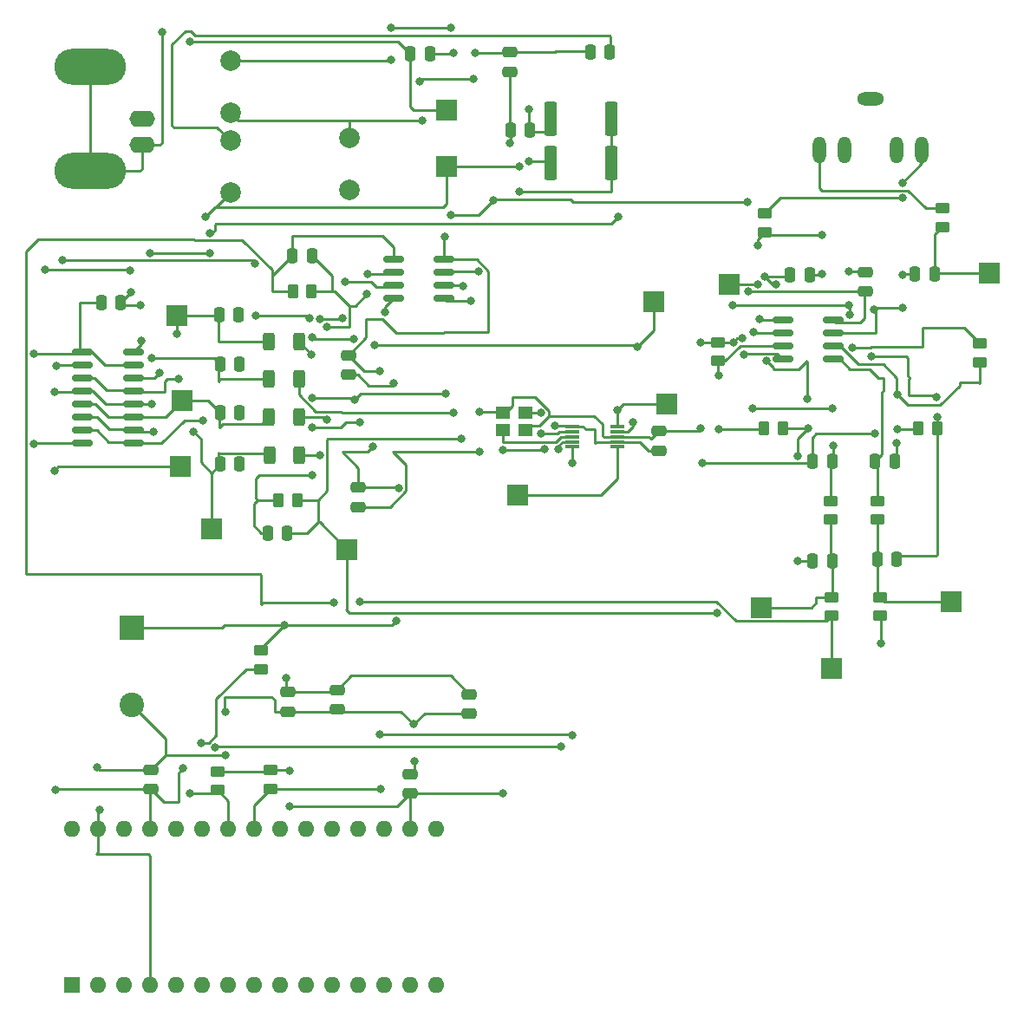
<source format=gbr>
%TF.GenerationSoftware,KiCad,Pcbnew,(6.0.4)*%
%TF.CreationDate,2022-04-28T21:28:56-07:00*%
%TF.ProjectId,Complete Schematic V4,436f6d70-6c65-4746-9520-536368656d61,rev?*%
%TF.SameCoordinates,Original*%
%TF.FileFunction,Copper,L1,Top*%
%TF.FilePolarity,Positive*%
%FSLAX46Y46*%
G04 Gerber Fmt 4.6, Leading zero omitted, Abs format (unit mm)*
G04 Created by KiCad (PCBNEW (6.0.4)) date 2022-04-28 21:28:56*
%MOMM*%
%LPD*%
G01*
G04 APERTURE LIST*
G04 Aperture macros list*
%AMRoundRect*
0 Rectangle with rounded corners*
0 $1 Rounding radius*
0 $2 $3 $4 $5 $6 $7 $8 $9 X,Y pos of 4 corners*
0 Add a 4 corners polygon primitive as box body*
4,1,4,$2,$3,$4,$5,$6,$7,$8,$9,$2,$3,0*
0 Add four circle primitives for the rounded corners*
1,1,$1+$1,$2,$3*
1,1,$1+$1,$4,$5*
1,1,$1+$1,$6,$7*
1,1,$1+$1,$8,$9*
0 Add four rect primitives between the rounded corners*
20,1,$1+$1,$2,$3,$4,$5,0*
20,1,$1+$1,$4,$5,$6,$7,0*
20,1,$1+$1,$6,$7,$8,$9,0*
20,1,$1+$1,$8,$9,$2,$3,0*%
G04 Aperture macros list end*
%TA.AperFunction,ComponentPad*%
%ADD10O,2.616000X1.308000*%
%TD*%
%TA.AperFunction,ComponentPad*%
%ADD11O,1.308000X2.616000*%
%TD*%
%TA.AperFunction,SMDPad,CuDef*%
%ADD12RoundRect,0.250000X-0.262500X-0.450000X0.262500X-0.450000X0.262500X0.450000X-0.262500X0.450000X0*%
%TD*%
%TA.AperFunction,SMDPad,CuDef*%
%ADD13RoundRect,0.250000X0.262500X0.450000X-0.262500X0.450000X-0.262500X-0.450000X0.262500X-0.450000X0*%
%TD*%
%TA.AperFunction,ComponentPad*%
%ADD14C,2.000000*%
%TD*%
%TA.AperFunction,ComponentPad*%
%ADD15R,2.400000X2.400000*%
%TD*%
%TA.AperFunction,ComponentPad*%
%ADD16C,2.400000*%
%TD*%
%TA.AperFunction,SMDPad,CuDef*%
%ADD17RoundRect,0.250000X0.450000X-0.262500X0.450000X0.262500X-0.450000X0.262500X-0.450000X-0.262500X0*%
%TD*%
%TA.AperFunction,ComponentPad*%
%ADD18R,2.000000X2.000000*%
%TD*%
%TA.AperFunction,SMDPad,CuDef*%
%ADD19RoundRect,0.250000X0.250000X0.475000X-0.250000X0.475000X-0.250000X-0.475000X0.250000X-0.475000X0*%
%TD*%
%TA.AperFunction,SMDPad,CuDef*%
%ADD20RoundRect,0.250000X-0.450000X0.262500X-0.450000X-0.262500X0.450000X-0.262500X0.450000X0.262500X0*%
%TD*%
%TA.AperFunction,ComponentPad*%
%ADD21R,1.600000X1.600000*%
%TD*%
%TA.AperFunction,ComponentPad*%
%ADD22O,1.600000X1.600000*%
%TD*%
%TA.AperFunction,SMDPad,CuDef*%
%ADD23RoundRect,0.250000X-0.250000X-0.475000X0.250000X-0.475000X0.250000X0.475000X-0.250000X0.475000X0*%
%TD*%
%TA.AperFunction,SMDPad,CuDef*%
%ADD24RoundRect,0.250000X-0.475000X0.250000X-0.475000X-0.250000X0.475000X-0.250000X0.475000X0.250000X0*%
%TD*%
%TA.AperFunction,SMDPad,CuDef*%
%ADD25RoundRect,0.250000X0.475000X-0.250000X0.475000X0.250000X-0.475000X0.250000X-0.475000X-0.250000X0*%
%TD*%
%TA.AperFunction,SMDPad,CuDef*%
%ADD26RoundRect,0.250000X-0.312500X-0.625000X0.312500X-0.625000X0.312500X0.625000X-0.312500X0.625000X0*%
%TD*%
%TA.AperFunction,ComponentPad*%
%ADD27O,2.500000X1.600000*%
%TD*%
%TA.AperFunction,ComponentPad*%
%ADD28O,7.000000X3.500000*%
%TD*%
%TA.AperFunction,SMDPad,CuDef*%
%ADD29R,1.400000X1.200000*%
%TD*%
%TA.AperFunction,SMDPad,CuDef*%
%ADD30R,1.400000X0.300000*%
%TD*%
%TA.AperFunction,SMDPad,CuDef*%
%ADD31RoundRect,0.150000X-0.825000X-0.150000X0.825000X-0.150000X0.825000X0.150000X-0.825000X0.150000X0*%
%TD*%
%TA.AperFunction,SMDPad,CuDef*%
%ADD32RoundRect,0.250000X0.362500X1.425000X-0.362500X1.425000X-0.362500X-1.425000X0.362500X-1.425000X0*%
%TD*%
%TA.AperFunction,SMDPad,CuDef*%
%ADD33RoundRect,0.250000X-0.362500X-1.425000X0.362500X-1.425000X0.362500X1.425000X-0.362500X1.425000X0*%
%TD*%
%TA.AperFunction,ViaPad*%
%ADD34C,0.800000*%
%TD*%
%TA.AperFunction,Conductor*%
%ADD35C,0.250000*%
%TD*%
G04 APERTURE END LIST*
D10*
%TO.P,J2,1*%
%TO.N,GND*%
X185600000Y-63500000D03*
D11*
%TO.P,J2,2*%
%TO.N,Net-(J2-Pad2)*%
X180600000Y-68500000D03*
%TO.P,J2,3*%
%TO.N,Net-(J2-Pad3)*%
X190600000Y-68500000D03*
%TO.P,J2,10*%
%TO.N,N/C*%
X183100000Y-68500000D03*
%TO.P,J2,11*%
X188100000Y-68500000D03*
%TD*%
D12*
%TO.P,R9,1*%
%TO.N,Net-(C17-Pad2)*%
X127787500Y-102700000D03*
%TO.P,R9,2*%
%TO.N,Net-(C17-Pad1)*%
X129612500Y-102700000D03*
%TD*%
D13*
%TO.P,R8,1*%
%TO.N,Net-(C16-Pad2)*%
X131012500Y-82300000D03*
%TO.P,R8,2*%
%TO.N,Net-(C16-Pad1)*%
X129187500Y-82300000D03*
%TD*%
D14*
%TO.P,L1,1,1*%
%TO.N,Net-(C1-Pad1)*%
X123100000Y-59760000D03*
%TO.P,L1,2,2*%
%TO.N,Net-(C2-Pad1)*%
X123100000Y-64840000D03*
%TD*%
%TO.P,L2,1,1*%
%TO.N,Net-(C2-Pad1)*%
X134700000Y-67360000D03*
%TO.P,L2,2,2*%
%TO.N,GND*%
X134700000Y-72440000D03*
%TD*%
%TO.P,L3,1,1*%
%TO.N,Net-(C4-Pad2)*%
X123100000Y-67600000D03*
%TO.P,L3,2,2*%
%TO.N,Net-(L3-Pad2)*%
X123100000Y-72680000D03*
%TD*%
D15*
%TO.P,C13,1*%
%TO.N,Filtered 5V*%
X113500000Y-115187246D03*
D16*
%TO.P,C13,2*%
%TO.N,GND*%
X113500000Y-122687246D03*
%TD*%
D17*
%TO.P,R1,1*%
%TO.N,+5V*%
X126100000Y-119212500D03*
%TO.P,R1,2*%
%TO.N,Filtered 5V*%
X126100000Y-117387500D03*
%TD*%
D18*
%TO.P,TP13,1,1*%
%TO.N,Net-(TP13-Pad1)*%
X151100000Y-102200000D03*
%TD*%
%TO.P,TP14,1,1*%
%TO.N,Net-(TP14-Pad1)*%
X165700000Y-93300000D03*
%TD*%
%TO.P,TP15,1,1*%
%TO.N,Net-(TP15-Pad1)*%
X164400000Y-83300000D03*
%TD*%
D19*
%TO.P,C17,1*%
%TO.N,Net-(C17-Pad1)*%
X128650000Y-105900000D03*
%TO.P,C17,2*%
%TO.N,Net-(C17-Pad2)*%
X126750000Y-105900000D03*
%TD*%
D18*
%TO.P,TP12,1,1*%
%TO.N,Net-(C27-Pad1)*%
X197200000Y-80500000D03*
%TD*%
D20*
%TO.P,R21,1*%
%TO.N,Net-(J2-Pad2)*%
X192600000Y-74187500D03*
%TO.P,R21,2*%
%TO.N,Net-(C27-Pad1)*%
X192600000Y-76012500D03*
%TD*%
D18*
%TO.P,TP2,1,1*%
%TO.N,Net-(L3-Pad2)*%
X144200000Y-70100000D03*
%TD*%
%TO.P,TP9,1,1*%
%TO.N,Net-(C19-Pad1)*%
X174900000Y-113200000D03*
%TD*%
D21*
%TO.P,A1,1,D1/TX*%
%TO.N,unconnected-(A1-Pad1)*%
X107650000Y-150010000D03*
D22*
%TO.P,A1,2,D0/RX*%
%TO.N,unconnected-(A1-Pad2)*%
X110190000Y-150010000D03*
%TO.P,A1,3,~{RESET}*%
%TO.N,unconnected-(A1-Pad3)*%
X112730000Y-150010000D03*
%TO.P,A1,4,GND*%
%TO.N,GND*%
X115270000Y-150010000D03*
%TO.P,A1,5,D2*%
%TO.N,unconnected-(A1-Pad5)*%
X117810000Y-150010000D03*
%TO.P,A1,6,D3*%
%TO.N,unconnected-(A1-Pad6)*%
X120350000Y-150010000D03*
%TO.P,A1,7,D4*%
%TO.N,unconnected-(A1-Pad7)*%
X122890000Y-150010000D03*
%TO.P,A1,8,D5*%
%TO.N,unconnected-(A1-Pad8)*%
X125430000Y-150010000D03*
%TO.P,A1,9,D6*%
%TO.N,unconnected-(A1-Pad9)*%
X127970000Y-150010000D03*
%TO.P,A1,10,D7*%
%TO.N,unconnected-(A1-Pad10)*%
X130510000Y-150010000D03*
%TO.P,A1,11,D8*%
%TO.N,unconnected-(A1-Pad11)*%
X133050000Y-150010000D03*
%TO.P,A1,12,D9*%
%TO.N,unconnected-(A1-Pad12)*%
X135590000Y-150010000D03*
%TO.P,A1,13,D10*%
%TO.N,unconnected-(A1-Pad13)*%
X138130000Y-150010000D03*
%TO.P,A1,14,D11*%
%TO.N,unconnected-(A1-Pad14)*%
X140670000Y-150010000D03*
%TO.P,A1,15,D12*%
%TO.N,unconnected-(A1-Pad15)*%
X143210000Y-150010000D03*
%TO.P,A1,16,D13*%
%TO.N,unconnected-(A1-Pad16)*%
X143210000Y-134770000D03*
%TO.P,A1,17,3V3*%
%TO.N,+3V3*%
X140670000Y-134770000D03*
%TO.P,A1,18,AREF*%
%TO.N,unconnected-(A1-Pad18)*%
X138130000Y-134770000D03*
%TO.P,A1,19,A0*%
%TO.N,unconnected-(A1-Pad19)*%
X135590000Y-134770000D03*
%TO.P,A1,20,A1*%
%TO.N,unconnected-(A1-Pad20)*%
X133050000Y-134770000D03*
%TO.P,A1,21,A2*%
%TO.N,unconnected-(A1-Pad21)*%
X130510000Y-134770000D03*
%TO.P,A1,22,A3*%
%TO.N,unconnected-(A1-Pad22)*%
X127970000Y-134770000D03*
%TO.P,A1,23,A4*%
%TO.N,/SDA*%
X125430000Y-134770000D03*
%TO.P,A1,24,A5*%
%TO.N,/SCL*%
X122890000Y-134770000D03*
%TO.P,A1,25,A6*%
%TO.N,unconnected-(A1-Pad25)*%
X120350000Y-134770000D03*
%TO.P,A1,26,A7*%
%TO.N,unconnected-(A1-Pad26)*%
X117810000Y-134770000D03*
%TO.P,A1,27,+5V*%
%TO.N,+5V*%
X115270000Y-134770000D03*
%TO.P,A1,28,~{RESET}*%
%TO.N,unconnected-(A1-Pad28)*%
X112730000Y-134770000D03*
%TO.P,A1,29,GND*%
%TO.N,GND*%
X110190000Y-134770000D03*
%TO.P,A1,30,VIN*%
%TO.N,unconnected-(A1-Pad30)*%
X107650000Y-134770000D03*
%TD*%
D23*
%TO.P,C20,1*%
%TO.N,Net-(C20-Pad1)*%
X186250000Y-108500000D03*
%TO.P,C20,2*%
%TO.N,Net-(C20-Pad2)*%
X188150000Y-108500000D03*
%TD*%
D19*
%TO.P,C27,1*%
%TO.N,Net-(C27-Pad1)*%
X191850000Y-80600000D03*
%TO.P,C27,2*%
%TO.N,Net-(C20-Pad2)*%
X189950000Y-80600000D03*
%TD*%
D20*
%TO.P,R13,1*%
%TO.N,Net-(C23-Pad2)*%
X186300000Y-102787500D03*
%TO.P,R13,2*%
%TO.N,Net-(C20-Pad1)*%
X186300000Y-104612500D03*
%TD*%
D18*
%TO.P,TP5,1,1*%
%TO.N,Net-(C11-Pad1)*%
X118237500Y-99400000D03*
%TD*%
D24*
%TO.P,C2,1*%
%TO.N,Net-(C2-Pad1)*%
X150400000Y-58950000D03*
%TO.P,C2,2*%
%TO.N,GND*%
X150400000Y-60850000D03*
%TD*%
D25*
%TO.P,C14,1*%
%TO.N,GND*%
X146400000Y-123550000D03*
%TO.P,C14,2*%
%TO.N,Filtered 5V*%
X146400000Y-121650000D03*
%TD*%
D26*
%TO.P,R5,1*%
%TO.N,Net-(C10-Pad2)*%
X126837500Y-94600000D03*
%TO.P,R5,2*%
%TO.N,Net-(C16-Pad2)*%
X129762500Y-94600000D03*
%TD*%
D25*
%TO.P,C18,1*%
%TO.N,GND*%
X134600000Y-90450000D03*
%TO.P,C18,2*%
%TO.N,Filtered 5V*%
X134600000Y-88550000D03*
%TD*%
D18*
%TO.P,TP1,1,1*%
%TO.N,Net-(C1-Pad2)*%
X144200000Y-64600000D03*
%TD*%
D23*
%TO.P,C11,1*%
%TO.N,Net-(C11-Pad1)*%
X122087500Y-89400000D03*
%TO.P,C11,2*%
%TO.N,GND*%
X123987500Y-89400000D03*
%TD*%
D18*
%TO.P,TP10,1,1*%
%TO.N,Net-(C20-Pad1)*%
X193500000Y-112600000D03*
%TD*%
D19*
%TO.P,C23,1*%
%TO.N,GND*%
X187950000Y-98900000D03*
%TO.P,C23,2*%
%TO.N,Net-(C23-Pad2)*%
X186050000Y-98900000D03*
%TD*%
D27*
%TO.P,J1,1,In*%
%TO.N,GND*%
X114450000Y-65500000D03*
%TO.P,J1,2,Ext*%
%TO.N,Net-(C1-Pad2)*%
X114450000Y-68040000D03*
D28*
X109370000Y-70580000D03*
X109370000Y-60420000D03*
%TD*%
D17*
%TO.P,R14,1*%
%TO.N,Net-(R14-Pad1)*%
X170700000Y-89112500D03*
%TO.P,R14,2*%
%TO.N,GND*%
X170700000Y-87287500D03*
%TD*%
D18*
%TO.P,TP11,1,1*%
%TO.N,Net-(C26-Pad1)*%
X171800000Y-81600000D03*
%TD*%
D17*
%TO.P,R10,1*%
%TO.N,Net-(C16-Pad1)*%
X181800000Y-114012500D03*
%TO.P,R10,2*%
%TO.N,Net-(C19-Pad1)*%
X181800000Y-112187500D03*
%TD*%
D24*
%TO.P,C25,1*%
%TO.N,GND*%
X185100000Y-80450000D03*
%TO.P,C25,2*%
%TO.N,Filtered 5V*%
X185100000Y-82350000D03*
%TD*%
D13*
%TO.P,R17,1*%
%TO.N,Net-(C20-Pad2)*%
X192112500Y-95700000D03*
%TO.P,R17,2*%
%TO.N,Net-(R15-Pad2)*%
X190287500Y-95700000D03*
%TD*%
D29*
%TO.P,Y1,1,1*%
%TO.N,Net-(U1-Pad3)*%
X149700000Y-95850000D03*
%TO.P,Y1,2,2*%
%TO.N,GND*%
X151900000Y-95850000D03*
%TO.P,Y1,3,3*%
%TO.N,Net-(U1-Pad2)*%
X151900000Y-94150000D03*
%TO.P,Y1,4,4*%
%TO.N,GND*%
X149700000Y-94150000D03*
%TD*%
D30*
%TO.P,U1,1,VDD*%
%TO.N,+3V3*%
X156500000Y-95500000D03*
%TO.P,U1,2,XA*%
%TO.N,Net-(U1-Pad2)*%
X156500000Y-96000000D03*
%TO.P,U1,3,XB*%
%TO.N,Net-(U1-Pad3)*%
X156500000Y-96500000D03*
%TO.P,U1,4,SCL*%
%TO.N,/SCL*%
X156500000Y-97000000D03*
%TO.P,U1,5,SDA*%
%TO.N,/SDA*%
X156500000Y-97500000D03*
%TO.P,U1,6,CLK2*%
%TO.N,Net-(TP13-Pad1)*%
X160900000Y-97500000D03*
%TO.P,U1,7,VDDO*%
%TO.N,+3V3*%
X160900000Y-97000000D03*
%TO.P,U1,8,GND*%
%TO.N,GND*%
X160900000Y-96500000D03*
%TO.P,U1,9,CLK1*%
%TO.N,Net-(TP15-Pad1)*%
X160900000Y-96000000D03*
%TO.P,U1,10,CLK0*%
%TO.N,Net-(TP14-Pad1)*%
X160900000Y-95500000D03*
%TD*%
D31*
%TO.P,U3,1*%
%TO.N,Net-(C16-Pad1)*%
X139025000Y-79195000D03*
%TO.P,U3,2,-*%
%TO.N,Net-(C16-Pad2)*%
X139025000Y-80465000D03*
%TO.P,U3,3,+*%
%TO.N,Net-(R4-Pad2)*%
X139025000Y-81735000D03*
%TO.P,U3,4,V-*%
%TO.N,GND*%
X139025000Y-83005000D03*
%TO.P,U3,5,+*%
%TO.N,Net-(R6-Pad2)*%
X143975000Y-83005000D03*
%TO.P,U3,6,-*%
%TO.N,Net-(C17-Pad2)*%
X143975000Y-81735000D03*
%TO.P,U3,7*%
%TO.N,Net-(C17-Pad1)*%
X143975000Y-80465000D03*
%TO.P,U3,8,V+*%
%TO.N,Filtered 5V*%
X143975000Y-79195000D03*
%TD*%
D24*
%TO.P,C3,1*%
%TO.N,GND*%
X164900000Y-95950000D03*
%TO.P,C3,2*%
%TO.N,+3V3*%
X164900000Y-97850000D03*
%TD*%
D19*
%TO.P,C12,1*%
%TO.N,GND*%
X123887500Y-84600000D03*
%TO.P,C12,2*%
%TO.N,Net-(C12-Pad2)*%
X121987500Y-84600000D03*
%TD*%
D24*
%TO.P,C21,1*%
%TO.N,GND*%
X140620000Y-129450000D03*
%TO.P,C21,2*%
%TO.N,+3V3*%
X140620000Y-131350000D03*
%TD*%
D20*
%TO.P,R19,1*%
%TO.N,+3V3*%
X121820000Y-129187500D03*
%TO.P,R19,2*%
%TO.N,/SCL*%
X121820000Y-131012500D03*
%TD*%
D17*
%TO.P,R18,1*%
%TO.N,/SDA*%
X127020000Y-130912500D03*
%TO.P,R18,2*%
%TO.N,+3V3*%
X127020000Y-129087500D03*
%TD*%
D19*
%TO.P,C22,1*%
%TO.N,Net-(C22-Pad1)*%
X181850000Y-98900000D03*
%TO.P,C22,2*%
%TO.N,GND*%
X179950000Y-98900000D03*
%TD*%
D20*
%TO.P,R15,1*%
%TO.N,GND*%
X196300000Y-87387500D03*
%TO.P,R15,2*%
%TO.N,Net-(R15-Pad2)*%
X196300000Y-89212500D03*
%TD*%
%TO.P,R12,1*%
%TO.N,Net-(C22-Pad1)*%
X181700000Y-102787500D03*
%TO.P,R12,2*%
%TO.N,Net-(C19-Pad1)*%
X181700000Y-104612500D03*
%TD*%
D18*
%TO.P,TP4,1,1*%
%TO.N,Net-(C10-Pad2)*%
X118337500Y-93000000D03*
%TD*%
%TO.P,TP8,1,1*%
%TO.N,Net-(C17-Pad1)*%
X134500000Y-107500000D03*
%TD*%
D32*
%TO.P,R3,1*%
%TO.N,Net-(L3-Pad2)*%
X160262500Y-69800000D03*
%TO.P,R3,2*%
%TO.N,GND*%
X154337500Y-69800000D03*
%TD*%
D23*
%TO.P,C5,1*%
%TO.N,GND*%
X150450000Y-66600000D03*
%TO.P,C5,2*%
%TO.N,Filtered 5V*%
X152350000Y-66600000D03*
%TD*%
D18*
%TO.P,TP6,1,1*%
%TO.N,Net-(C12-Pad2)*%
X117900000Y-84700000D03*
%TD*%
D23*
%TO.P,C9,1*%
%TO.N,Net-(C9-Pad1)*%
X122087500Y-99200000D03*
%TO.P,C9,2*%
%TO.N,GND*%
X123987500Y-99200000D03*
%TD*%
%TO.P,C4,1*%
%TO.N,Net-(C2-Pad1)*%
X158250000Y-58900000D03*
%TO.P,C4,2*%
%TO.N,Net-(C4-Pad2)*%
X160150000Y-58900000D03*
%TD*%
D26*
%TO.P,R6,1*%
%TO.N,Net-(C11-Pad1)*%
X126837500Y-90900000D03*
%TO.P,R6,2*%
%TO.N,Net-(R6-Pad2)*%
X129762500Y-90900000D03*
%TD*%
D23*
%TO.P,C16,1*%
%TO.N,Net-(C16-Pad1)*%
X129150000Y-78800000D03*
%TO.P,C16,2*%
%TO.N,Net-(C16-Pad2)*%
X131050000Y-78800000D03*
%TD*%
D24*
%TO.P,C8,1*%
%TO.N,Filtered 5V*%
X133500000Y-121250000D03*
%TO.P,C8,2*%
%TO.N,GND*%
X133500000Y-123150000D03*
%TD*%
D18*
%TO.P,TP7,1,1*%
%TO.N,Net-(C16-Pad1)*%
X181800000Y-119100000D03*
%TD*%
D31*
%TO.P,U4,8,V+*%
%TO.N,Filtered 5V*%
X181975000Y-85095000D03*
%TO.P,U4,7*%
%TO.N,Net-(C20-Pad2)*%
X181975000Y-86365000D03*
%TO.P,U4,6,-*%
%TO.N,Net-(R15-Pad2)*%
X181975000Y-87635000D03*
%TO.P,U4,5,+*%
%TO.N,Net-(C23-Pad2)*%
X181975000Y-88905000D03*
%TO.P,U4,4,V-*%
%TO.N,GND*%
X177025000Y-88905000D03*
%TO.P,U4,3,+*%
%TO.N,Net-(R14-Pad1)*%
X177025000Y-87635000D03*
%TO.P,U4,2,-*%
%TO.N,Net-(C22-Pad1)*%
X177025000Y-86365000D03*
%TO.P,U4,1*%
%TO.N,Net-(C19-Pad2)*%
X177025000Y-85095000D03*
%TD*%
D19*
%TO.P,C10,1*%
%TO.N,GND*%
X123987500Y-94200000D03*
%TO.P,C10,2*%
%TO.N,Net-(C10-Pad2)*%
X122087500Y-94200000D03*
%TD*%
D26*
%TO.P,R4,1*%
%TO.N,Net-(C9-Pad1)*%
X126900000Y-98300000D03*
%TO.P,R4,2*%
%TO.N,Net-(R4-Pad2)*%
X129825000Y-98300000D03*
%TD*%
D23*
%TO.P,C6,1*%
%TO.N,GND*%
X110487500Y-83400000D03*
%TO.P,C6,2*%
%TO.N,+5V*%
X112387500Y-83400000D03*
%TD*%
D12*
%TO.P,R16,1*%
%TO.N,Net-(R14-Pad1)*%
X175187500Y-95700000D03*
%TO.P,R16,2*%
%TO.N,Net-(C19-Pad2)*%
X177012500Y-95700000D03*
%TD*%
D20*
%TO.P,R11,1*%
%TO.N,Net-(C20-Pad1)*%
X186500000Y-112187500D03*
%TO.P,R11,2*%
%TO.N,Net-(C17-Pad1)*%
X186500000Y-114012500D03*
%TD*%
D19*
%TO.P,C1,1*%
%TO.N,Net-(C1-Pad1)*%
X142550000Y-59100000D03*
%TO.P,C1,2*%
%TO.N,Net-(C1-Pad2)*%
X140650000Y-59100000D03*
%TD*%
%TO.P,C19,1*%
%TO.N,Net-(C19-Pad1)*%
X181850000Y-108600000D03*
%TO.P,C19,2*%
%TO.N,Net-(C19-Pad2)*%
X179950000Y-108600000D03*
%TD*%
D24*
%TO.P,C7,1*%
%TO.N,Filtered 5V*%
X128700000Y-121450000D03*
%TO.P,C7,2*%
%TO.N,GND*%
X128700000Y-123350000D03*
%TD*%
D20*
%TO.P,R20,1*%
%TO.N,Net-(J2-Pad3)*%
X175300000Y-74687500D03*
%TO.P,R20,2*%
%TO.N,Net-(C26-Pad1)*%
X175300000Y-76512500D03*
%TD*%
D33*
%TO.P,R2,1*%
%TO.N,Filtered 5V*%
X154337500Y-65500000D03*
%TO.P,R2,2*%
%TO.N,Net-(L3-Pad2)*%
X160262500Y-65500000D03*
%TD*%
D24*
%TO.P,C24,1*%
%TO.N,GND*%
X115320000Y-129050000D03*
%TO.P,C24,2*%
%TO.N,+5V*%
X115320000Y-130950000D03*
%TD*%
D19*
%TO.P,C26,1*%
%TO.N,Net-(C26-Pad1)*%
X179650000Y-80700000D03*
%TO.P,C26,2*%
%TO.N,Net-(C19-Pad2)*%
X177750000Y-80700000D03*
%TD*%
D18*
%TO.P,TP3,1,1*%
%TO.N,Net-(C9-Pad1)*%
X121237500Y-105500000D03*
%TD*%
D25*
%TO.P,C15,1*%
%TO.N,GND*%
X135600000Y-103350000D03*
%TO.P,C15,2*%
%TO.N,Filtered 5V*%
X135600000Y-101450000D03*
%TD*%
D31*
%TO.P,U2,1,1~{OE}*%
%TO.N,GND*%
X108662500Y-88255000D03*
%TO.P,U2,2,S1*%
%TO.N,Net-(TP15-Pad1)*%
X108662500Y-89525000D03*
%TO.P,U2,3,1B4*%
%TO.N,Net-(C12-Pad2)*%
X108662500Y-90795000D03*
%TO.P,U2,4,1B3*%
%TO.N,Net-(C11-Pad1)*%
X108662500Y-92065000D03*
%TO.P,U2,5,1B2*%
%TO.N,Net-(C10-Pad2)*%
X108662500Y-93335000D03*
%TO.P,U2,6,1B1*%
%TO.N,Net-(C9-Pad1)*%
X108662500Y-94605000D03*
%TO.P,U2,7,1A*%
%TO.N,Net-(L3-Pad2)*%
X108662500Y-95875000D03*
%TO.P,U2,8,GND*%
%TO.N,GND*%
X108662500Y-97145000D03*
%TO.P,U2,9,2A*%
%TO.N,Net-(L3-Pad2)*%
X113612500Y-97145000D03*
%TO.P,U2,10,2B1*%
%TO.N,Net-(C9-Pad1)*%
X113612500Y-95875000D03*
%TO.P,U2,11,2B2*%
%TO.N,Net-(C10-Pad2)*%
X113612500Y-94605000D03*
%TO.P,U2,12,2B3*%
%TO.N,Net-(C11-Pad1)*%
X113612500Y-93335000D03*
%TO.P,U2,13,2B4*%
%TO.N,Net-(C12-Pad2)*%
X113612500Y-92065000D03*
%TO.P,U2,14,S0*%
%TO.N,Net-(TP14-Pad1)*%
X113612500Y-90795000D03*
%TO.P,U2,15,2~{OE}*%
%TO.N,GND*%
X113612500Y-89525000D03*
%TO.P,U2,16,VCC*%
%TO.N,+5V*%
X113612500Y-88255000D03*
%TD*%
D26*
%TO.P,R7,1*%
%TO.N,Net-(C12-Pad2)*%
X126837500Y-87200000D03*
%TO.P,R7,2*%
%TO.N,Net-(C17-Pad2)*%
X129762500Y-87200000D03*
%TD*%
D34*
%TO.N,Net-(J2-Pad3)*%
X188700000Y-73200000D03*
X188700000Y-71700000D03*
%TO.N,Net-(C1-Pad2)*%
X119100000Y-57900000D03*
X116400000Y-57000000D03*
%TO.N,Net-(C2-Pad1)*%
X146962500Y-59000000D03*
X146800000Y-61600000D03*
X141600000Y-61800000D03*
X141800000Y-65600000D03*
%TO.N,Net-(C1-Pad1)*%
X144837500Y-59000000D03*
X144600000Y-56600000D03*
X138800000Y-56600000D03*
X138800000Y-59700000D03*
%TO.N,GND*%
X138222532Y-84353790D03*
X139000000Y-91300000D03*
X173200000Y-88500000D03*
X173100000Y-86910500D03*
%TO.N,+5V*%
X118500000Y-128900000D03*
X120200000Y-126400000D03*
%TO.N,Net-(C22-Pad1)*%
X174100000Y-93700000D03*
X174200000Y-86300000D03*
%TO.N,Net-(C19-Pad2)*%
X176400000Y-81625500D03*
X174800000Y-85000000D03*
%TO.N,Filtered 5V*%
X144000000Y-77000000D03*
%TO.N,Net-(C16-Pad2)*%
X136400000Y-82600000D03*
X136500000Y-80600000D03*
%TO.N,Net-(C17-Pad2)*%
X144151000Y-92300000D03*
X145800000Y-81800000D03*
%TO.N,Net-(R6-Pad2)*%
X146575500Y-83200000D03*
X144875500Y-94200000D03*
%TO.N,Net-(C17-Pad1)*%
X147300000Y-80400000D03*
X145600000Y-96700000D03*
%TO.N,GND*%
X169200000Y-99100000D03*
X172200000Y-87300000D03*
X103900000Y-88400000D03*
X103900000Y-97200000D03*
X169000000Y-87300000D03*
X141000000Y-124600000D03*
X147400000Y-98000000D03*
X186000000Y-96200000D03*
X141100000Y-128200000D03*
X152200000Y-69600000D03*
X183800000Y-87800000D03*
X183600000Y-84600000D03*
X183500000Y-80400000D03*
X188100000Y-97100000D03*
X169000000Y-95700000D03*
X110300000Y-132900000D03*
X172100000Y-83700000D03*
X122600000Y-123400000D03*
X110100000Y-128800000D03*
X122600000Y-127600000D03*
X183500000Y-83700000D03*
X150400000Y-67800000D03*
X147400000Y-94100000D03*
%TO.N,+3V3*%
X128900000Y-129100000D03*
X149700000Y-131300000D03*
X128900000Y-132600000D03*
X149700000Y-97800000D03*
X153800000Y-97724500D03*
X154789286Y-95424608D03*
%TO.N,/SDA*%
X137800000Y-130900000D03*
X156500000Y-125700000D03*
X137700000Y-125600000D03*
X156500000Y-99100000D03*
%TO.N,/SCL*%
X121600000Y-126875500D03*
X155400000Y-126800000D03*
X119100000Y-131300000D03*
X155100000Y-97724500D03*
%TO.N,+5V*%
X114400000Y-87100000D03*
X113400000Y-82400000D03*
X106000000Y-131000000D03*
X105000000Y-80200000D03*
X114300000Y-83700000D03*
X113300000Y-80300000D03*
%TO.N,Filtered 5V*%
X128400000Y-114900000D03*
X128500000Y-120100000D03*
X173600000Y-73600000D03*
X173700000Y-82324500D03*
X148800000Y-73400000D03*
X139300000Y-114500000D03*
X137000000Y-97500000D03*
X139500000Y-101500000D03*
X137700000Y-90100000D03*
X144600000Y-74900000D03*
X152200000Y-64500000D03*
%TO.N,Net-(C9-Pad1)*%
X115600000Y-96000000D03*
X119500000Y-96000000D03*
%TO.N,Net-(C11-Pad1)*%
X105900000Y-99800000D03*
X105900000Y-92100000D03*
X115400000Y-88800000D03*
X115400000Y-93300000D03*
%TO.N,Net-(C12-Pad2)*%
X117900000Y-86500000D03*
X118000000Y-90900000D03*
%TO.N,Net-(C16-Pad1)*%
X133200000Y-112700000D03*
X135700000Y-112600000D03*
%TO.N,Net-(C16-Pad2)*%
X132549000Y-85800000D03*
X132549000Y-94800000D03*
%TO.N,Net-(C17-Pad1)*%
X170600000Y-113700000D03*
X186600000Y-116700000D03*
%TO.N,Net-(C17-Pad2)*%
X131100000Y-92700000D03*
X131000000Y-88500000D03*
X135200000Y-92900000D03*
X131100000Y-100300000D03*
X131100000Y-95600000D03*
X135700000Y-95100000D03*
%TO.N,Net-(C19-Pad2)*%
X175300000Y-80900000D03*
X178500000Y-98375500D03*
X178500000Y-108600000D03*
X175400000Y-89100000D03*
X179400000Y-92800000D03*
X179500000Y-95700000D03*
%TO.N,Net-(C20-Pad2)*%
X185724500Y-88700000D03*
X188700000Y-83900000D03*
X188700000Y-80700000D03*
X192100000Y-94600000D03*
X185935863Y-84050949D03*
X192000000Y-92675500D03*
%TO.N,Net-(C22-Pad1)*%
X181900000Y-93700000D03*
X182000000Y-97400000D03*
%TO.N,Net-(C26-Pad1)*%
X180900000Y-76800000D03*
X174593245Y-81606755D03*
X174600000Y-77800000D03*
X180900000Y-80600000D03*
%TO.N,Net-(L3-Pad2)*%
X151300000Y-70100000D03*
X120700000Y-75000000D03*
X120400000Y-94900000D03*
X151300000Y-72600000D03*
%TO.N,Net-(R4-Pad2)*%
X134000000Y-84900000D03*
X131824500Y-98300000D03*
X131800000Y-85000000D03*
X134274500Y-81400000D03*
%TO.N,Net-(R14-Pad1)*%
X170800000Y-95800000D03*
X170800000Y-90500000D03*
%TO.N,Net-(R15-Pad2)*%
X188200000Y-92400000D03*
X188200000Y-95800000D03*
%TO.N,Net-(U1-Pad2)*%
X153400000Y-96200000D03*
X153400000Y-94200000D03*
%TO.N,Net-(TP15-Pad1)*%
X137200000Y-87600000D03*
X125600000Y-84700000D03*
X106100000Y-89600000D03*
X162400000Y-95100000D03*
X162800000Y-87700000D03*
X106700000Y-79300000D03*
X125500000Y-79600000D03*
X130800000Y-84900000D03*
X131100000Y-86800000D03*
X135162701Y-86962701D03*
%TO.N,Net-(TP14-Pad1)*%
X115200000Y-78575500D03*
X161000000Y-75000000D03*
X121124500Y-76600000D03*
X116200000Y-90300000D03*
X160900000Y-93900000D03*
X121124500Y-78575500D03*
%TD*%
D35*
%TO.N,Net-(J2-Pad2)*%
X180600000Y-72200000D02*
X180600000Y-68500000D01*
X180875489Y-72475489D02*
X180600000Y-72200000D01*
X190987500Y-74187500D02*
X189275489Y-72475489D01*
X189275489Y-72475489D02*
X180875489Y-72475489D01*
X192600000Y-74187500D02*
X190987500Y-74187500D01*
%TO.N,Net-(J2-Pad3)*%
X190600000Y-69800000D02*
X190600000Y-68500000D01*
X188700000Y-71700000D02*
X190600000Y-69800000D01*
X180400000Y-73200000D02*
X188700000Y-73200000D01*
%TO.N,Net-(C1-Pad2)*%
X141000000Y-64600000D02*
X144200000Y-64600000D01*
X140650000Y-64250000D02*
X141000000Y-64600000D01*
X140650000Y-59100000D02*
X140650000Y-64250000D01*
%TO.N,Net-(L3-Pad2)*%
X121680000Y-74100000D02*
X123100000Y-72680000D01*
X121600000Y-74100000D02*
X121680000Y-74100000D01*
%TO.N,Net-(C1-Pad2)*%
X139450000Y-57900000D02*
X140650000Y-59100000D01*
X119100000Y-57900000D02*
X139450000Y-57900000D01*
X116400000Y-67800000D02*
X116400000Y-57000000D01*
X116160000Y-68040000D02*
X116400000Y-67800000D01*
X114450000Y-68040000D02*
X116160000Y-68040000D01*
%TO.N,Net-(C2-Pad1)*%
X141600000Y-61800000D02*
X141800000Y-61600000D01*
X141800000Y-61600000D02*
X146800000Y-61600000D01*
X134700000Y-65600000D02*
X141800000Y-65600000D01*
%TO.N,Net-(C4-Pad2)*%
X160200000Y-58850000D02*
X160150000Y-58900000D01*
X160200000Y-57400000D02*
X160200000Y-58850000D01*
X160124511Y-57324511D02*
X160200000Y-57400000D01*
X119200000Y-56900000D02*
X119624511Y-57324511D01*
X118700000Y-56900000D02*
X119200000Y-56900000D01*
X117400000Y-58200000D02*
X118700000Y-56900000D01*
X117400000Y-66100000D02*
X117400000Y-58200000D01*
X117600000Y-66300000D02*
X117400000Y-66100000D01*
X121800000Y-66300000D02*
X117600000Y-66300000D01*
X119624511Y-57324511D02*
X160124511Y-57324511D01*
X123100000Y-67600000D02*
X121800000Y-66300000D01*
%TO.N,Net-(C2-Pad1)*%
X123860000Y-65600000D02*
X134700000Y-65600000D01*
X134700000Y-65600000D02*
X134700000Y-67360000D01*
X123100000Y-64840000D02*
X123860000Y-65600000D01*
%TO.N,Net-(C1-Pad1)*%
X138800000Y-56600000D02*
X144600000Y-56600000D01*
X138740000Y-59760000D02*
X138800000Y-59700000D01*
X123100000Y-59760000D02*
X138740000Y-59760000D01*
%TO.N,Net-(C16-Pad2)*%
X131012500Y-82300000D02*
X133062500Y-82300000D01*
%TO.N,Net-(C16-Pad1)*%
X129187500Y-82300000D02*
X127137500Y-82300000D01*
%TO.N,Net-(C17-Pad2)*%
X127787500Y-102700000D02*
X125737500Y-102700000D01*
%TO.N,Net-(C17-Pad1)*%
X129612500Y-102700000D02*
X131662500Y-102700000D01*
%TO.N,Net-(C22-Pad1)*%
X174100000Y-93700000D02*
X181900000Y-93700000D01*
%TO.N,GND*%
X138222532Y-83807468D02*
X139025000Y-83005000D01*
X138222532Y-84353790D02*
X138222532Y-83807468D01*
X138800000Y-91500000D02*
X139000000Y-91300000D01*
X136600000Y-91500000D02*
X138800000Y-91500000D01*
X135550000Y-90450000D02*
X136600000Y-91500000D01*
X134600000Y-90450000D02*
X135550000Y-90450000D01*
X176495489Y-88375489D02*
X177025000Y-88905000D01*
X173200000Y-88500000D02*
X173324511Y-88375489D01*
X173324511Y-88375489D02*
X176495489Y-88375489D01*
X172589500Y-86910500D02*
X173100000Y-86910500D01*
X172200000Y-87300000D02*
X172589500Y-86910500D01*
%TO.N,Net-(C19-Pad2)*%
X179300000Y-89200000D02*
X179300000Y-89100000D01*
X178600000Y-89900000D02*
X179300000Y-89200000D01*
X176100000Y-89900000D02*
X178600000Y-89900000D01*
X176100000Y-89800000D02*
X176100000Y-89900000D01*
X175400000Y-89100000D02*
X176100000Y-89800000D01*
%TO.N,Net-(TP14-Pad1)*%
X161500000Y-93300000D02*
X165700000Y-93300000D01*
X160900000Y-93900000D02*
X161500000Y-93300000D01*
%TO.N,GND*%
X116770000Y-125957246D02*
X116770000Y-127600000D01*
X113500000Y-122687246D02*
X116770000Y-125957246D01*
%TO.N,+5V*%
X116570000Y-132200000D02*
X115320000Y-130950000D01*
X118000000Y-132200000D02*
X116570000Y-132200000D01*
X118000000Y-129400000D02*
X118000000Y-132200000D01*
X118500000Y-128900000D02*
X118000000Y-129400000D01*
X121700000Y-125700000D02*
X121000000Y-126400000D01*
X121000000Y-126400000D02*
X120200000Y-126400000D01*
X124611783Y-119212500D02*
X121700000Y-122124283D01*
X126100000Y-119212500D02*
X124611783Y-119212500D01*
X121700000Y-122124283D02*
X121700000Y-125700000D01*
%TO.N,Filtered 5V*%
X126100000Y-117200000D02*
X128400000Y-114900000D01*
X126100000Y-117387500D02*
X126100000Y-117200000D01*
X122272754Y-115187246D02*
X122560000Y-114900000D01*
X113500000Y-115187246D02*
X122272754Y-115187246D01*
X122560000Y-114900000D02*
X128400000Y-114900000D01*
%TO.N,Net-(TP15-Pad1)*%
X164400000Y-86100000D02*
X162800000Y-87700000D01*
X164400000Y-83300000D02*
X164400000Y-86100000D01*
%TO.N,Net-(TP13-Pad1)*%
X160900000Y-100600000D02*
X160900000Y-97500000D01*
X151100000Y-102200000D02*
X159300000Y-102200000D01*
X159300000Y-102200000D02*
X160900000Y-100600000D01*
%TO.N,Net-(R14-Pad1)*%
X171412114Y-89112500D02*
X170700000Y-89112500D01*
X172889614Y-87635000D02*
X171412114Y-89112500D01*
X177025000Y-87635000D02*
X172889614Y-87635000D01*
%TO.N,Net-(C22-Pad1)*%
X174265000Y-86365000D02*
X174200000Y-86300000D01*
X177025000Y-86365000D02*
X174265000Y-86365000D01*
%TO.N,Net-(C19-Pad2)*%
X176025500Y-81625500D02*
X175300000Y-80900000D01*
X176400000Y-81625500D02*
X176025500Y-81625500D01*
X174895000Y-85095000D02*
X174800000Y-85000000D01*
X177025000Y-85095000D02*
X174895000Y-85095000D01*
%TO.N,Filtered 5V*%
X185000000Y-84900000D02*
X185000000Y-83700000D01*
X184575489Y-85324511D02*
X185000000Y-84900000D01*
X181975000Y-85095000D02*
X182204511Y-85324511D01*
X182204511Y-85324511D02*
X184575489Y-85324511D01*
%TO.N,Net-(C20-Pad2)*%
X186100000Y-86400000D02*
X186100000Y-84215086D01*
X186100000Y-84215086D02*
X185935863Y-84050949D01*
X186065000Y-86365000D02*
X186100000Y-86400000D01*
X181975000Y-86365000D02*
X186065000Y-86365000D01*
%TO.N,Net-(R15-Pad2)*%
X186840480Y-89450480D02*
X188165000Y-90775000D01*
X184425866Y-89450480D02*
X186840480Y-89450480D01*
X182610386Y-87635000D02*
X184425866Y-89450480D01*
X181975000Y-87635000D02*
X182610386Y-87635000D01*
%TO.N,Net-(C23-Pad2)*%
X186724511Y-92175489D02*
X186724511Y-98225489D01*
X186900000Y-92000000D02*
X186724511Y-92175489D01*
X186375000Y-90775000D02*
X186895000Y-90775000D01*
X182605000Y-88905000D02*
X183600000Y-89900000D01*
X186724511Y-98225489D02*
X186050000Y-98900000D01*
X183600000Y-89900000D02*
X185500000Y-89900000D01*
X185500000Y-89900000D02*
X186375000Y-90775000D01*
X181975000Y-88905000D02*
X182605000Y-88905000D01*
X186895000Y-90775000D02*
X186900000Y-90780000D01*
X186900000Y-90780000D02*
X186900000Y-92000000D01*
%TO.N,Filtered 5V*%
X147119614Y-79195000D02*
X143975000Y-79195000D01*
X148300000Y-80375386D02*
X147119614Y-79195000D01*
X148300000Y-86300000D02*
X148300000Y-80375386D01*
X144000000Y-86300000D02*
X148300000Y-86300000D01*
X143975000Y-77025000D02*
X144000000Y-77000000D01*
X143975000Y-79195000D02*
X143975000Y-77025000D01*
%TO.N,Net-(C16-Pad2)*%
X136400000Y-82600000D02*
X135275489Y-83724511D01*
X138890000Y-80600000D02*
X136500000Y-80600000D01*
X135275489Y-83724511D02*
X134724511Y-83724511D01*
X139025000Y-80465000D02*
X138890000Y-80600000D01*
%TO.N,GND*%
X140224511Y-101800103D02*
X138674614Y-103350000D01*
X140224511Y-99254511D02*
X140224511Y-101800103D01*
X138674614Y-103350000D02*
X135600000Y-103350000D01*
X138975000Y-98005000D02*
X140224511Y-99254511D01*
%TO.N,Net-(C17-Pad2)*%
X135800000Y-92300000D02*
X135200000Y-92900000D01*
X144151000Y-92300000D02*
X135800000Y-92300000D01*
X145735000Y-81735000D02*
X145800000Y-81800000D01*
X143975000Y-81735000D02*
X145735000Y-81735000D01*
%TO.N,Net-(R6-Pad2)*%
X144170000Y-83200000D02*
X143975000Y-83005000D01*
X146575500Y-83200000D02*
X144170000Y-83200000D01*
X144870500Y-94195000D02*
X144875500Y-94200000D01*
X134025000Y-94195000D02*
X144870500Y-94195000D01*
%TO.N,Net-(C17-Pad1)*%
X147300000Y-80400000D02*
X144040000Y-80400000D01*
X144040000Y-80400000D02*
X143975000Y-80465000D01*
X145565000Y-96735000D02*
X145600000Y-96700000D01*
X132549011Y-96849011D02*
X132500000Y-96800000D01*
X132549011Y-101813489D02*
X132549011Y-96849011D01*
X131662500Y-102700000D02*
X132549011Y-101813489D01*
X132500000Y-96800000D02*
X132565000Y-96735000D01*
X132565000Y-96735000D02*
X145565000Y-96735000D01*
%TO.N,Net-(R4-Pad2)*%
X138860000Y-81900000D02*
X139025000Y-81735000D01*
X137300000Y-81900000D02*
X138860000Y-81900000D01*
X136800000Y-81400000D02*
X137300000Y-81900000D01*
X134274500Y-81400000D02*
X136800000Y-81400000D01*
%TO.N,Net-(C16-Pad1)*%
X139025000Y-78025000D02*
X139025000Y-79195000D01*
X138000000Y-77000000D02*
X139025000Y-78025000D01*
%TO.N,Net-(C1-Pad2)*%
X114450000Y-70350000D02*
X114450000Y-68040000D01*
X114220000Y-70580000D02*
X114450000Y-70350000D01*
X109370000Y-70580000D02*
X114220000Y-70580000D01*
X109370000Y-60420000D02*
X109370000Y-70580000D01*
%TO.N,GND*%
X139750000Y-123350000D02*
X141000000Y-124600000D01*
X115270000Y-137470000D02*
X115100000Y-137300000D01*
X183600000Y-83800000D02*
X183500000Y-83700000D01*
X188100000Y-97100000D02*
X188100000Y-98750000D01*
X180000000Y-96500000D02*
X180300000Y-96200000D01*
X154137500Y-69600000D02*
X154337500Y-69800000D01*
X108400000Y-87992500D02*
X108662500Y-88255000D01*
X149949022Y-94150000D02*
X150600000Y-93499022D01*
X122560000Y-121900000D02*
X122560000Y-123360000D01*
X139200000Y-123350000D02*
X139750000Y-123350000D01*
X183500000Y-80400000D02*
X185050000Y-80400000D01*
X110100000Y-128800000D02*
X110350000Y-129050000D01*
X180300000Y-96200000D02*
X186000000Y-96200000D01*
X110487500Y-83400000D02*
X108400000Y-83400000D01*
X149700000Y-94150000D02*
X149949022Y-94150000D01*
X127450000Y-123350000D02*
X128700000Y-123350000D01*
X159400000Y-96400000D02*
X159400000Y-95300000D01*
X115100000Y-137300000D02*
X110000000Y-137300000D01*
X153224511Y-95475489D02*
X152274511Y-95475489D01*
X138975000Y-98005000D02*
X138980000Y-98000000D01*
X141100000Y-128200000D02*
X141100000Y-128970000D01*
X164150000Y-96700000D02*
X163950000Y-96500000D01*
X180705000Y-83705000D02*
X183495000Y-83705000D01*
X141100000Y-128970000D02*
X140620000Y-129450000D01*
X190700000Y-87700000D02*
X185699886Y-87700000D01*
X185599886Y-87800000D02*
X183800000Y-87800000D01*
X150600000Y-93499022D02*
X150600000Y-92600000D01*
X179750000Y-99100000D02*
X179950000Y-98900000D01*
X146400000Y-123550000D02*
X142050000Y-123550000D01*
X127400000Y-122200000D02*
X127400000Y-123300000D01*
X169200000Y-99100000D02*
X179750000Y-99100000D01*
X149650000Y-94100000D02*
X149700000Y-94150000D01*
X150400000Y-66550000D02*
X150450000Y-66600000D01*
X164900000Y-95950000D02*
X168750000Y-95950000D01*
X152824614Y-92600000D02*
X154200000Y-93975386D01*
X122560000Y-121900000D02*
X127100000Y-121900000D01*
X127400000Y-123300000D02*
X127450000Y-123350000D01*
X110190000Y-133010000D02*
X110300000Y-132900000D01*
X110190000Y-134770000D02*
X110190000Y-133010000D01*
X122600000Y-127600000D02*
X116770000Y-127600000D01*
X185050000Y-80400000D02*
X185100000Y-80450000D01*
X115270000Y-150010000D02*
X115270000Y-137470000D01*
X158600000Y-94500000D02*
X154200000Y-94500000D01*
X159400000Y-95300000D02*
X158600000Y-94500000D01*
X183600000Y-84600000D02*
X183600000Y-83800000D01*
X154200000Y-93975386D02*
X154200000Y-94500000D01*
X150400000Y-60850000D02*
X150400000Y-66550000D01*
X172187500Y-87287500D02*
X172200000Y-87300000D01*
X103955000Y-97145000D02*
X103900000Y-97200000D01*
X168750000Y-95950000D02*
X169000000Y-95700000D01*
X183495000Y-83705000D02*
X183500000Y-83700000D01*
X108662500Y-97145000D02*
X103955000Y-97145000D01*
X172100000Y-83700000D02*
X180700000Y-83700000D01*
X110190000Y-137110000D02*
X110190000Y-134770000D01*
X147400000Y-94100000D02*
X149650000Y-94100000D01*
X110350000Y-129050000D02*
X115320000Y-129050000D01*
X179950000Y-98900000D02*
X179950000Y-96550000D01*
X190705000Y-85825000D02*
X190705000Y-87695000D01*
X150450000Y-66600000D02*
X150450000Y-67750000D01*
X108400000Y-83400000D02*
X108400000Y-87992500D01*
X180700000Y-83700000D02*
X180705000Y-83705000D01*
X116770000Y-127600000D02*
X115320000Y-129050000D01*
X133500000Y-123150000D02*
X133700000Y-123350000D01*
X160900000Y-96500000D02*
X159500000Y-96500000D01*
X109555000Y-88255000D02*
X110825000Y-89525000D01*
X179950000Y-96550000D02*
X180000000Y-96500000D01*
X154200000Y-94500000D02*
X153224511Y-95475489D01*
X138980000Y-98000000D02*
X147400000Y-98000000D01*
X127100000Y-121900000D02*
X127400000Y-122200000D01*
X170687500Y-87300000D02*
X170700000Y-87287500D01*
X152274511Y-95475489D02*
X151900000Y-95850000D01*
X159500000Y-96500000D02*
X159400000Y-96400000D01*
X108517500Y-88400000D02*
X108662500Y-88255000D01*
X163950000Y-96500000D02*
X160900000Y-96500000D01*
X196300000Y-87387500D02*
X194737500Y-85825000D01*
X133700000Y-123350000D02*
X139200000Y-123350000D01*
X128700000Y-123350000D02*
X133300000Y-123350000D01*
X185699886Y-87700000D02*
X185599886Y-87800000D01*
X190705000Y-87695000D02*
X190700000Y-87700000D01*
X152200000Y-69600000D02*
X154137500Y-69600000D01*
X122560000Y-123360000D02*
X122600000Y-123400000D01*
X108662500Y-88255000D02*
X109555000Y-88255000D01*
X164900000Y-95950000D02*
X164150000Y-96700000D01*
X194737500Y-85825000D02*
X190705000Y-85825000D01*
X170700000Y-87287500D02*
X172187500Y-87287500D01*
X150450000Y-67750000D02*
X150400000Y-67800000D01*
X150600000Y-92600000D02*
X152824614Y-92600000D01*
X103900000Y-88400000D02*
X108517500Y-88400000D01*
X142050000Y-123550000D02*
X141000000Y-124600000D01*
X110825000Y-89525000D02*
X113612500Y-89525000D01*
X110000000Y-137300000D02*
X110190000Y-137110000D01*
X188100000Y-98750000D02*
X187950000Y-98900000D01*
X169000000Y-87300000D02*
X170687500Y-87300000D01*
%TO.N,+3V3*%
X158700000Y-97100000D02*
X158800000Y-97000000D01*
X157799022Y-95800000D02*
X158700000Y-95800000D01*
X140620000Y-131350000D02*
X149650000Y-131350000D01*
X127020000Y-129087500D02*
X128887500Y-129087500D01*
X126920000Y-129187500D02*
X127020000Y-129087500D01*
X154789286Y-95424608D02*
X156424608Y-95424608D01*
X158700000Y-95800000D02*
X158700000Y-97100000D01*
X140670000Y-131400000D02*
X140670000Y-134770000D01*
X128900000Y-132600000D02*
X139370000Y-132600000D01*
X163100000Y-97000000D02*
X163950000Y-97850000D01*
X156500000Y-95500000D02*
X157499022Y-95500000D01*
X160900000Y-97000000D02*
X163100000Y-97000000D01*
X156424608Y-95424608D02*
X156500000Y-95500000D01*
X153724500Y-97800000D02*
X153800000Y-97724500D01*
X163950000Y-97850000D02*
X164900000Y-97850000D01*
X140620000Y-131350000D02*
X140670000Y-131400000D01*
X158800000Y-97000000D02*
X160900000Y-97000000D01*
X121820000Y-129187500D02*
X126920000Y-129187500D01*
X149650000Y-131350000D02*
X149700000Y-131300000D01*
X128887500Y-129087500D02*
X128900000Y-129100000D01*
X157499022Y-95500000D02*
X157799022Y-95800000D01*
X149700000Y-97800000D02*
X153724500Y-97800000D01*
X139370000Y-132600000D02*
X140620000Y-131350000D01*
%TO.N,/SDA*%
X137787500Y-130912500D02*
X137800000Y-130900000D01*
X137700000Y-125600000D02*
X156400000Y-125600000D01*
X125430000Y-134770000D02*
X125430000Y-132502500D01*
X125430000Y-132502500D02*
X127020000Y-130912500D01*
X156400000Y-125600000D02*
X156500000Y-125700000D01*
X156500000Y-99100000D02*
X156500000Y-97500000D01*
X127020000Y-130912500D02*
X137787500Y-130912500D01*
%TO.N,/SCL*%
X122890000Y-132082500D02*
X121820000Y-131012500D01*
X121675500Y-126800000D02*
X155400000Y-126800000D01*
X121532500Y-131300000D02*
X119100000Y-131300000D01*
X155100000Y-97400978D02*
X155500978Y-97000000D01*
X121600000Y-126875500D02*
X121675500Y-126800000D01*
X155100000Y-97724500D02*
X155100000Y-97400978D01*
X155500978Y-97000000D02*
X156500000Y-97000000D01*
X122890000Y-134770000D02*
X122890000Y-132082500D01*
X121820000Y-131012500D02*
X121532500Y-131300000D01*
%TO.N,+5V*%
X112687500Y-83700000D02*
X114300000Y-83700000D01*
X113200000Y-80200000D02*
X113300000Y-80300000D01*
X106050000Y-130950000D02*
X106000000Y-131000000D01*
X114400000Y-87467500D02*
X113612500Y-88255000D01*
X115270000Y-134770000D02*
X115270000Y-131000000D01*
X113387500Y-82400000D02*
X112387500Y-83400000D01*
X115320000Y-130950000D02*
X106050000Y-130950000D01*
X115270000Y-131000000D02*
X115320000Y-130950000D01*
X114400000Y-87100000D02*
X114400000Y-87467500D01*
X105000000Y-80200000D02*
X113200000Y-80200000D01*
X112387500Y-83400000D02*
X112687500Y-83700000D01*
X113400000Y-82400000D02*
X113387500Y-82400000D01*
%TO.N,Net-(C1-Pad1)*%
X142550000Y-59100000D02*
X144737500Y-59100000D01*
X144737500Y-59100000D02*
X144837500Y-59000000D01*
%TO.N,Net-(C2-Pad1)*%
X150350000Y-59000000D02*
X150400000Y-58950000D01*
X150400000Y-58950000D02*
X154787500Y-58950000D01*
X154900000Y-58837500D02*
X158187500Y-58837500D01*
X154787500Y-58950000D02*
X154900000Y-58837500D01*
X158187500Y-58837500D02*
X158250000Y-58900000D01*
X146962500Y-59000000D02*
X150350000Y-59000000D01*
%TO.N,Filtered 5V*%
X173600000Y-73600000D02*
X156575500Y-73600000D01*
X136150000Y-90100000D02*
X137700000Y-90100000D01*
X154337500Y-65500000D02*
X154300000Y-65537500D01*
X136325000Y-86825000D02*
X134600000Y-88550000D01*
X137905000Y-85005000D02*
X139300000Y-86400000D01*
X137000000Y-97500000D02*
X136495000Y-98005000D01*
X185000000Y-83700000D02*
X185000000Y-82450000D01*
X143900000Y-86400000D02*
X144000000Y-86300000D01*
X136325000Y-85005000D02*
X137905000Y-85005000D01*
X156300000Y-73324500D02*
X148875500Y-73324500D01*
X134600000Y-88550000D02*
X136150000Y-90100000D01*
X154300000Y-66700000D02*
X152450000Y-66700000D01*
X138900000Y-114900000D02*
X128400000Y-114900000D01*
X152200000Y-66450000D02*
X152350000Y-66600000D01*
X185100000Y-82350000D02*
X173725500Y-82350000D01*
X134900000Y-119850000D02*
X139200000Y-119850000D01*
X185000000Y-82450000D02*
X185100000Y-82350000D01*
X135600000Y-101450000D02*
X135600000Y-99580000D01*
X146400000Y-121650000D02*
X144600000Y-119850000D01*
X148875500Y-73324500D02*
X148800000Y-73400000D01*
X173725500Y-82350000D02*
X173700000Y-82324500D01*
X147300000Y-74900000D02*
X148800000Y-73400000D01*
X133300000Y-121450000D02*
X133500000Y-121250000D01*
X128500000Y-120100000D02*
X128500000Y-121250000D01*
X152200000Y-64500000D02*
X152200000Y-66450000D01*
X128700000Y-121450000D02*
X133300000Y-121450000D01*
X136495000Y-98005000D02*
X134025000Y-98005000D01*
X154300000Y-65537500D02*
X154300000Y-66700000D01*
X144600000Y-74900000D02*
X147300000Y-74900000D01*
X144600000Y-119850000D02*
X139200000Y-119850000D01*
X128500000Y-121250000D02*
X128700000Y-121450000D01*
X139450000Y-101450000D02*
X139500000Y-101500000D01*
X135600000Y-101450000D02*
X139450000Y-101450000D01*
X152450000Y-66700000D02*
X152350000Y-66600000D01*
X133500000Y-121250000D02*
X134900000Y-119850000D01*
X139300000Y-114500000D02*
X138900000Y-114900000D01*
X139300000Y-86400000D02*
X143900000Y-86400000D01*
X156575500Y-73600000D02*
X156300000Y-73324500D01*
X135600000Y-99580000D02*
X134025000Y-98005000D01*
X136325000Y-85005000D02*
X136325000Y-86825000D01*
%TO.N,Net-(C9-Pad1)*%
X111300000Y-95800000D02*
X113537500Y-95800000D01*
X121237500Y-100050000D02*
X120200000Y-99012500D01*
X120200000Y-99012500D02*
X120200000Y-97400000D01*
X110105000Y-94605000D02*
X111300000Y-95800000D01*
X115600000Y-96000000D02*
X113737500Y-96000000D01*
X113537500Y-95800000D02*
X113612500Y-95875000D01*
X113737500Y-96000000D02*
X113612500Y-95875000D01*
X121900000Y-98100000D02*
X121900000Y-99012500D01*
X121950480Y-98150480D02*
X121900000Y-98100000D01*
X121900000Y-99012500D02*
X122087500Y-99200000D01*
X121237500Y-100050000D02*
X122087500Y-99200000D01*
X108662500Y-94605000D02*
X110105000Y-94605000D01*
X126750480Y-98150480D02*
X121950480Y-98150480D01*
X121237500Y-105500000D02*
X121237500Y-100050000D01*
X120200000Y-97400000D02*
X120200000Y-96700000D01*
X120200000Y-96700000D02*
X119500000Y-96000000D01*
X126900000Y-98300000D02*
X126750480Y-98150480D01*
%TO.N,Net-(C10-Pad2)*%
X122087500Y-94200000D02*
X120887500Y-93000000D01*
X122000000Y-94287500D02*
X122087500Y-94200000D01*
X126837500Y-94600000D02*
X126187980Y-95249520D01*
X116732500Y-94605000D02*
X113612500Y-94605000D01*
X120887500Y-93000000D02*
X118337500Y-93000000D01*
X111200000Y-94600000D02*
X113607500Y-94600000D01*
X122000000Y-95600000D02*
X122000000Y-94287500D01*
X108662500Y-93335000D02*
X109935000Y-93335000D01*
X109935000Y-93335000D02*
X111200000Y-94600000D01*
X126187980Y-95249520D02*
X122350480Y-95249520D01*
X122350480Y-95249520D02*
X122000000Y-95600000D01*
X113607500Y-94600000D02*
X113612500Y-94605000D01*
X118337500Y-93000000D02*
X116732500Y-94605000D01*
%TO.N,Net-(C11-Pad1)*%
X109665000Y-92065000D02*
X110900000Y-93300000D01*
X108662500Y-92065000D02*
X109665000Y-92065000D01*
X105900000Y-92100000D02*
X108627500Y-92100000D01*
X126837500Y-90900000D02*
X122100000Y-90900000D01*
X121487500Y-88800000D02*
X122087500Y-89400000D01*
X110900000Y-93300000D02*
X113577500Y-93300000D01*
X115400000Y-88800000D02*
X121487500Y-88800000D01*
X122100000Y-90900000D02*
X121900000Y-91100000D01*
X121900000Y-91100000D02*
X121900000Y-89587500D01*
X106300000Y-99400000D02*
X105900000Y-99800000D01*
X108627500Y-92100000D02*
X108662500Y-92065000D01*
X121900000Y-89587500D02*
X122087500Y-89400000D01*
X113577500Y-93300000D02*
X113612500Y-93335000D01*
X113612500Y-93335000D02*
X115365000Y-93335000D01*
X118237500Y-99400000D02*
X106300000Y-99400000D01*
X115365000Y-93335000D02*
X115400000Y-93300000D01*
%TO.N,Net-(C12-Pad2)*%
X121900000Y-87200000D02*
X121900000Y-84687500D01*
X111000000Y-92000000D02*
X113547500Y-92000000D01*
X121887500Y-84700000D02*
X121987500Y-84600000D01*
X116700000Y-91100000D02*
X116700000Y-92100000D01*
X113547500Y-92000000D02*
X113612500Y-92065000D01*
X109795000Y-90795000D02*
X111000000Y-92000000D01*
X117900000Y-84700000D02*
X117900000Y-86500000D01*
X108662500Y-90795000D02*
X109795000Y-90795000D01*
X113647500Y-92100000D02*
X113612500Y-92065000D01*
X118000000Y-90900000D02*
X116900000Y-90900000D01*
X126837500Y-87200000D02*
X121900000Y-87200000D01*
X116700000Y-92100000D02*
X113647500Y-92100000D01*
X116900000Y-90900000D02*
X116700000Y-91100000D01*
X121900000Y-84687500D02*
X121987500Y-84600000D01*
X117900000Y-84700000D02*
X121887500Y-84700000D01*
%TO.N,Net-(C16-Pad1)*%
X129100000Y-76900000D02*
X137900000Y-76900000D01*
X170524614Y-112600000D02*
X135700000Y-112600000D01*
X127137500Y-80212886D02*
X127137500Y-82300000D01*
X181287989Y-114524511D02*
X172449125Y-114524511D01*
X126100000Y-110000000D02*
X126000000Y-109900000D01*
X129150000Y-78800000D02*
X129150000Y-76950000D01*
X104300000Y-77200000D02*
X119500000Y-77200000D01*
X181800000Y-119100000D02*
X181800000Y-114012500D01*
X103600000Y-77900000D02*
X104300000Y-77200000D01*
X119624511Y-77324511D02*
X124249125Y-77324511D01*
X103100000Y-78400000D02*
X103600000Y-77900000D01*
X126300000Y-112700000D02*
X126100000Y-112900000D01*
X127137500Y-82300000D02*
X127137500Y-80812500D01*
X133200000Y-112700000D02*
X126300000Y-112700000D01*
X103100000Y-109900000D02*
X103100000Y-78400000D01*
X124249125Y-77324511D02*
X127137500Y-80212886D01*
X172449125Y-114524511D02*
X170524614Y-112600000D01*
X129150000Y-76950000D02*
X129100000Y-76900000D01*
X126000000Y-109900000D02*
X103100000Y-109900000D01*
X137900000Y-76900000D02*
X138000000Y-77000000D01*
X126100000Y-112900000D02*
X126100000Y-110000000D01*
X127137500Y-80812500D02*
X129150000Y-78800000D01*
X119500000Y-77200000D02*
X119624511Y-77324511D01*
X181800000Y-114012500D02*
X181287989Y-114524511D01*
%TO.N,Net-(C16-Pad2)*%
X133062500Y-80812500D02*
X133062500Y-82300000D01*
X133300000Y-82300000D02*
X133062500Y-82300000D01*
X129762500Y-94600000D02*
X132349000Y-94600000D01*
X134700000Y-85800000D02*
X134724511Y-85775489D01*
X134724511Y-85775489D02*
X134724511Y-83724511D01*
X134724511Y-83724511D02*
X133300000Y-82300000D01*
X132349000Y-94600000D02*
X132549000Y-94800000D01*
X132549000Y-85800000D02*
X134700000Y-85800000D01*
X131050000Y-78800000D02*
X133062500Y-80812500D01*
%TO.N,Net-(C17-Pad1)*%
X186600000Y-116700000D02*
X186600000Y-114112500D01*
X134500000Y-113300000D02*
X134400000Y-113400000D01*
X131662500Y-104837500D02*
X131662500Y-102700000D01*
X131837500Y-104837500D02*
X131662500Y-104837500D01*
X134500000Y-107500000D02*
X134500000Y-113300000D01*
X134500000Y-107500000D02*
X131837500Y-104837500D01*
X134400000Y-113400000D02*
X134700000Y-113700000D01*
X134700000Y-113700000D02*
X170600000Y-113700000D01*
X130600000Y-105900000D02*
X131662500Y-104837500D01*
X186600000Y-114112500D02*
X186500000Y-114012500D01*
X128650000Y-105900000D02*
X130600000Y-105900000D01*
%TO.N,Net-(C17-Pad2)*%
X129762500Y-87200000D02*
X129762500Y-87262500D01*
X125600000Y-100600000D02*
X125900000Y-100300000D01*
X135700000Y-95100000D02*
X134390000Y-95100000D01*
X125737500Y-102700000D02*
X125600000Y-102562500D01*
X125400000Y-103037500D02*
X125737500Y-102700000D01*
X131100000Y-92700000D02*
X135000000Y-92700000D01*
X125400000Y-105200000D02*
X125400000Y-103037500D01*
X126100000Y-105900000D02*
X125400000Y-105200000D01*
X133890000Y-95600000D02*
X134025000Y-95465000D01*
X126750000Y-105900000D02*
X126100000Y-105900000D01*
X129762500Y-87262500D02*
X131000000Y-88500000D01*
X125900000Y-100300000D02*
X131100000Y-100300000D01*
X125600000Y-102562500D02*
X125600000Y-100600000D01*
X134390000Y-95100000D02*
X134025000Y-95465000D01*
X131100000Y-95600000D02*
X133890000Y-95600000D01*
X135000000Y-92700000D02*
X135200000Y-92900000D01*
%TO.N,Net-(C19-Pad1)*%
X180312500Y-112187500D02*
X181800000Y-112187500D01*
X181850000Y-108600000D02*
X181850000Y-112137500D01*
X180300000Y-112700000D02*
X180300000Y-112200000D01*
X179800000Y-113200000D02*
X180300000Y-112700000D01*
X174900000Y-113200000D02*
X179800000Y-113200000D01*
X181850000Y-112137500D02*
X181800000Y-112187500D01*
X181700000Y-104612500D02*
X181700000Y-108450000D01*
X180300000Y-112200000D02*
X180312500Y-112187500D01*
X181700000Y-108450000D02*
X181850000Y-108600000D01*
%TO.N,Net-(C19-Pad2)*%
X178500000Y-96700000D02*
X179500000Y-95700000D01*
X177550000Y-80900000D02*
X177750000Y-80700000D01*
X177012500Y-95700000D02*
X179500000Y-95700000D01*
X179435000Y-89235000D02*
X179300000Y-89100000D01*
X179400000Y-92800000D02*
X179400000Y-90810000D01*
X179400000Y-90810000D02*
X179435000Y-90775000D01*
X179950000Y-108600000D02*
X178500000Y-108600000D01*
X175300000Y-80900000D02*
X177550000Y-80900000D01*
X178500000Y-98375500D02*
X178500000Y-96700000D01*
X179435000Y-90775000D02*
X179435000Y-89235000D01*
%TO.N,Net-(C20-Pad1)*%
X186912500Y-112600000D02*
X186500000Y-112187500D01*
X186250000Y-108500000D02*
X186250000Y-111937500D01*
X193500000Y-112600000D02*
X186912500Y-112600000D01*
X186250000Y-111937500D02*
X186500000Y-112187500D01*
X186300000Y-104612500D02*
X186300000Y-108450000D01*
X186300000Y-108450000D02*
X186250000Y-108500000D01*
%TO.N,Net-(C20-Pad2)*%
X188150000Y-108500000D02*
X188550000Y-108100000D01*
X188550000Y-108100000D02*
X192000000Y-108100000D01*
X192112500Y-107987500D02*
X192112500Y-95700000D01*
X192112500Y-95700000D02*
X192112500Y-94612500D01*
X191824500Y-92500000D02*
X189300000Y-92500000D01*
X192000000Y-108100000D02*
X192112500Y-107987500D01*
X185724500Y-88700000D02*
X189100000Y-88700000D01*
X188800000Y-80600000D02*
X188700000Y-80700000D01*
X188700000Y-83900000D02*
X186086812Y-83900000D01*
X189200000Y-88800000D02*
X189200000Y-90540000D01*
X186086812Y-83900000D02*
X185935863Y-84050949D01*
X189200000Y-90540000D02*
X189435000Y-90775000D01*
X189300000Y-92500000D02*
X189300000Y-90910000D01*
X189950000Y-80600000D02*
X188800000Y-80600000D01*
X189300000Y-90910000D02*
X189435000Y-90775000D01*
X189100000Y-88700000D02*
X189200000Y-88800000D01*
X192000000Y-92675500D02*
X191824500Y-92500000D01*
X192112500Y-94612500D02*
X192100000Y-94600000D01*
%TO.N,Net-(C22-Pad1)*%
X181700000Y-102787500D02*
X181700000Y-99050000D01*
X182000000Y-98750000D02*
X181850000Y-98900000D01*
X182000000Y-97400000D02*
X182000000Y-98750000D01*
X181700000Y-99050000D02*
X181850000Y-98900000D01*
%TO.N,Net-(C23-Pad2)*%
X186300000Y-102787500D02*
X186300000Y-99150000D01*
X186300000Y-99150000D02*
X186050000Y-98900000D01*
%TO.N,Net-(C26-Pad1)*%
X180900000Y-76800000D02*
X175587500Y-76800000D01*
X180800000Y-80700000D02*
X180900000Y-80600000D01*
X174600000Y-77212500D02*
X175300000Y-76512500D01*
X179650000Y-80700000D02*
X180800000Y-80700000D01*
X171800000Y-81600000D02*
X174586490Y-81600000D01*
X174586490Y-81600000D02*
X174593245Y-81606755D01*
X175587500Y-76800000D02*
X175300000Y-76512500D01*
X174600000Y-77800000D02*
X174600000Y-77212500D01*
%TO.N,Net-(C27-Pad1)*%
X191850000Y-76762500D02*
X192600000Y-76012500D01*
X191950000Y-80500000D02*
X197200000Y-80500000D01*
X191850000Y-80600000D02*
X191950000Y-80500000D01*
X191850000Y-80600000D02*
X191850000Y-76762500D01*
%TO.N,Net-(J2-Pad3)*%
X175300000Y-74687500D02*
X176787500Y-73200000D01*
X176787500Y-73200000D02*
X180400000Y-73200000D01*
%TO.N,Net-(L3-Pad2)*%
X121600000Y-74100000D02*
X143900000Y-74100000D01*
X113612500Y-97145000D02*
X116355000Y-97145000D01*
X108662500Y-95875000D02*
X110075000Y-95875000D01*
X144200000Y-70100000D02*
X151300000Y-70100000D01*
X151300000Y-72600000D02*
X160300000Y-72600000D01*
X113467500Y-97000000D02*
X113612500Y-97145000D01*
X160300000Y-69837500D02*
X160262500Y-69800000D01*
X116355000Y-97145000D02*
X118600000Y-94900000D01*
X160262500Y-65500000D02*
X160262500Y-69800000D01*
X143900000Y-74100000D02*
X144200000Y-73800000D01*
X144200000Y-73800000D02*
X144200000Y-70100000D01*
X120700000Y-75000000D02*
X121600000Y-74100000D01*
X111200000Y-97000000D02*
X113467500Y-97000000D01*
X160300000Y-72600000D02*
X160300000Y-69837500D01*
X110075000Y-95875000D02*
X111200000Y-97000000D01*
X118600000Y-94900000D02*
X120400000Y-94900000D01*
%TO.N,Net-(R4-Pad2)*%
X133900000Y-85000000D02*
X134000000Y-84900000D01*
X129825000Y-98300000D02*
X131824500Y-98300000D01*
X131800000Y-85000000D02*
X133900000Y-85000000D01*
%TO.N,Net-(R6-Pad2)*%
X131450875Y-94075489D02*
X129762500Y-92387114D01*
X133905489Y-94075489D02*
X131450875Y-94075489D01*
X129762500Y-92387114D02*
X129762500Y-90900000D01*
X134025000Y-94195000D02*
X133905489Y-94075489D01*
%TO.N,Net-(R14-Pad1)*%
X170800000Y-95800000D02*
X175087500Y-95800000D01*
X175087500Y-95800000D02*
X175187500Y-95700000D01*
X170700000Y-89112500D02*
X170700000Y-90400000D01*
X170700000Y-90400000D02*
X170800000Y-90500000D01*
%TO.N,Net-(R15-Pad2)*%
X192399989Y-93400011D02*
X194300000Y-91500000D01*
X188165000Y-92635000D02*
X188165000Y-90775000D01*
X188165000Y-92365000D02*
X188200000Y-92400000D01*
X190187500Y-95800000D02*
X190287500Y-95700000D01*
X196200000Y-91200000D02*
X196300000Y-91300000D01*
X188200000Y-95800000D02*
X190187500Y-95800000D01*
X188165000Y-90775000D02*
X188165000Y-92365000D01*
X188200000Y-92400000D02*
X189200011Y-93400011D01*
X196300000Y-89212500D02*
X196300000Y-91300000D01*
X194300000Y-91500000D02*
X194300000Y-91200000D01*
X194300000Y-91200000D02*
X196200000Y-91200000D01*
X189200011Y-93400011D02*
X192399989Y-93400011D01*
%TO.N,Net-(U1-Pad2)*%
X153400000Y-96200000D02*
X155029542Y-96200000D01*
X151900000Y-94150000D02*
X153350000Y-94150000D01*
X155229542Y-96000000D02*
X156500000Y-96000000D01*
X153350000Y-94150000D02*
X153400000Y-94200000D01*
X155029542Y-96200000D02*
X155229542Y-96000000D01*
%TO.N,Net-(U1-Pad3)*%
X154865260Y-97000000D02*
X155365260Y-96500000D01*
X149700000Y-95850000D02*
X149700000Y-97000000D01*
X149700000Y-97000000D02*
X154865260Y-97000000D01*
X155365260Y-96500000D02*
X156500000Y-96500000D01*
%TO.N,Net-(TP15-Pad1)*%
X162400000Y-95499022D02*
X161899022Y-96000000D01*
X131100000Y-86800000D02*
X131262701Y-86962701D01*
X162700000Y-87600000D02*
X162800000Y-87700000D01*
X106700000Y-79300000D02*
X125200000Y-79300000D01*
X106175000Y-89525000D02*
X106100000Y-89600000D01*
X108662500Y-89525000D02*
X106175000Y-89525000D01*
X125600000Y-84700000D02*
X130600000Y-84700000D01*
X130600000Y-84700000D02*
X130800000Y-84900000D01*
X131262701Y-86962701D02*
X135162701Y-86962701D01*
X162400000Y-95100000D02*
X162400000Y-95499022D01*
X137200000Y-87600000D02*
X162700000Y-87600000D01*
X161899022Y-96000000D02*
X160900000Y-96000000D01*
X125200000Y-79300000D02*
X125500000Y-79600000D01*
%TO.N,Net-(TP14-Pad1)*%
X161000000Y-75000000D02*
X160275489Y-75724511D01*
X121700000Y-75700000D02*
X121600000Y-75800000D01*
X160900000Y-95500000D02*
X160900000Y-93900000D01*
X160275489Y-75724511D02*
X121724511Y-75724511D01*
X116200000Y-90300000D02*
X115705000Y-90795000D01*
X121724511Y-75724511D02*
X121700000Y-75700000D01*
X121600000Y-75800000D02*
X121600000Y-76300000D01*
X121124500Y-76600000D02*
X121300000Y-76600000D01*
X121300000Y-76600000D02*
X121600000Y-76300000D01*
X115705000Y-90795000D02*
X113612500Y-90795000D01*
X119324500Y-78575500D02*
X121124500Y-78575500D01*
X119324500Y-78575500D02*
X115200000Y-78575500D01*
%TD*%
M02*

</source>
